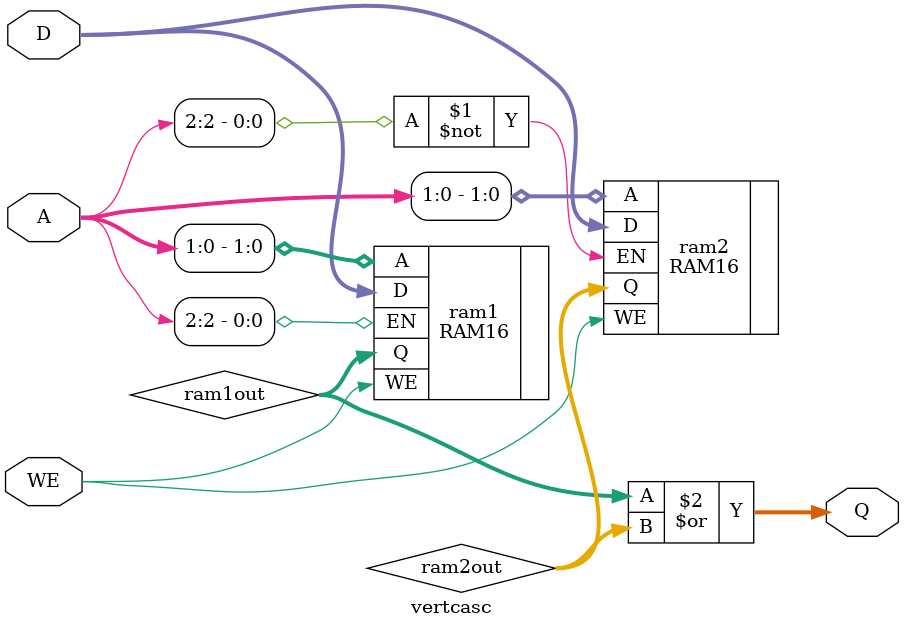
<source format=v>

`timescale 1ns / 1ps

module vertcasc(
    input WE,
    input [2:0] A,
    input [3:0] D,
    output [3:0] Q
    );
	 wire [3:0] ram1out;
	 wire [3:0] ram2out;
	 
	RAM16 ram1(.EN(A[2]), .A(A[1:0]), .WE(WE), .D(D), .Q(ram1out));
	RAM16 ram2(.EN(~A[2]), .A(A[1:0]), .WE(WE), .D(D), .Q(ram2out));
	
	assign Q = ram1out | ram2out;

endmodule

</source>
